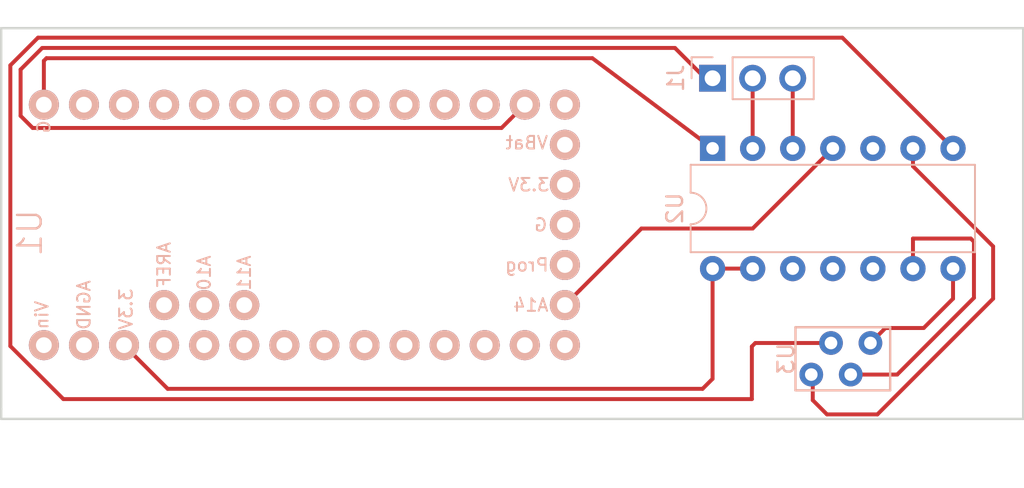
<source format=kicad_pcb>
(kicad_pcb (version 4) (host pcbnew 4.0.1-stable)

  (general
    (links 11)
    (no_connects 0)
    (area 129.464999 87.949761 194.385001 119.608333)
    (thickness 1.6)
    (drawings 5)
    (tracks 53)
    (zones 0)
    (modules 4)
    (nets 47)
  )

  (page A4)
  (title_block
    (title Teensy-mp6-OEM)
  )

  (layers
    (0 F.Cu signal)
    (31 B.Cu signal)
    (32 B.Adhes user)
    (33 F.Adhes user)
    (34 B.Paste user)
    (35 F.Paste user)
    (36 B.SilkS user)
    (37 F.SilkS user)
    (38 B.Mask user)
    (39 F.Mask user)
    (40 Dwgs.User user)
    (41 Cmts.User user)
    (42 Eco1.User user)
    (43 Eco2.User user)
    (44 Edge.Cuts user)
    (45 Margin user)
    (46 B.CrtYd user)
    (47 F.CrtYd user)
    (48 B.Fab user)
    (49 F.Fab user)
  )

  (setup
    (last_trace_width 0.25)
    (trace_clearance 0.4)
    (zone_clearance 0.508)
    (zone_45_only no)
    (trace_min 0.2)
    (segment_width 0.2)
    (edge_width 0.15)
    (via_size 0.6)
    (via_drill 0.4)
    (via_min_size 0.4)
    (via_min_drill 0.3)
    (uvia_size 0.3)
    (uvia_drill 0.1)
    (uvias_allowed no)
    (uvia_min_size 0.2)
    (uvia_min_drill 0.1)
    (pcb_text_width 0.3)
    (pcb_text_size 1.5 1.5)
    (mod_edge_width 0.15)
    (mod_text_size 1 1)
    (mod_text_width 0.15)
    (pad_size 1.524 1.524)
    (pad_drill 0.762)
    (pad_to_mask_clearance 0.2)
    (aux_axis_origin 0 0)
    (visible_elements 7FFFFFFF)
    (pcbplotparams
      (layerselection 0x01030_80000001)
      (usegerberextensions true)
      (excludeedgelayer true)
      (linewidth 0.100000)
      (plotframeref false)
      (viasonmask false)
      (mode 1)
      (useauxorigin false)
      (hpglpennumber 1)
      (hpglpenspeed 20)
      (hpglpendiameter 15)
      (hpglpenoverlay 2)
      (psnegative false)
      (psa4output false)
      (plotreference true)
      (plotvalue true)
      (plotinvisibletext false)
      (padsonsilk false)
      (subtractmaskfromsilk false)
      (outputformat 1)
      (mirror false)
      (drillshape 0)
      (scaleselection 1)
      (outputdirectory teensy-mp6-oem-gerber/))
  )

  (net 0 "")
  (net 1 "Net-(U1-Pad35)")
  (net 2 "Net-(U1-Pad34)")
  (net 3 "Net-(U1-Pad33)")
  (net 4 "Net-(U1-Pad32)")
  (net 5 "Net-(U1-Pad31)")
  (net 6 "Net-(U1-Pad30)")
  (net 7 "Net-(U1-Pad28)")
  (net 8 "Net-(U1-Pad29)")
  (net 9 "Net-(U1-Pad0)")
  (net 10 "Net-(U1-Pad1)")
  (net 11 "Net-(U1-Pad2)")
  (net 12 "Net-(U1-Pad3)")
  (net 13 "Net-(U1-Pad4)")
  (net 14 "Net-(U1-Pad5)")
  (net 15 "Net-(U1-Pad6)")
  (net 16 "Net-(U1-Pad7)")
  (net 17 "Net-(U1-Pad8)")
  (net 18 "Net-(U1-Pad9)")
  (net 19 "Net-(U1-Pad10)")
  (net 20 "Net-(U1-Pad12)")
  (net 21 "Net-(U1-Pad13)")
  (net 22 "Net-(U1-Pad14)")
  (net 23 "Net-(U1-Pad15)")
  (net 24 "Net-(U1-Pad16)")
  (net 25 "Net-(U1-Pad17)")
  (net 26 "Net-(U1-Pad18)")
  (net 27 "Net-(U1-Pad19)")
  (net 28 "Net-(U1-Pad20)")
  (net 29 "Net-(U1-Pad21)")
  (net 30 "Net-(U1-Pad22)")
  (net 31 "Net-(U1-Pad23)")
  (net 32 +3V3)
  (net 33 "Net-(U1-Pad25)")
  (net 34 "Net-(U1-Pad26)")
  (net 35 GND)
  (net 36 "Net-(U2-Pad8)")
  (net 37 "Net-(U2-Pad9)")
  (net 38 "Net-(U2-Pad10)")
  (net 39 "Net-(U2-Pad11)")
  (net 40 "Net-(U2-Pad5)")
  (net 41 "Net-(U2-Pad12)")
  (net 42 "Net-(U2-Pad6)")
  (net 43 "Net-(U2-Pad7)")
  (net 44 "Net-(J1-Pad1)")
  (net 45 "Net-(J1-Pad2)")
  (net 46 "Net-(J1-Pad3)")

  (net_class Default "This is the default net class."
    (clearance 0.4)
    (trace_width 0.25)
    (via_dia 0.6)
    (via_drill 0.4)
    (uvia_dia 0.3)
    (uvia_drill 0.1)
    (add_net +3V3)
    (add_net GND)
    (add_net "Net-(J1-Pad1)")
    (add_net "Net-(J1-Pad2)")
    (add_net "Net-(J1-Pad3)")
    (add_net "Net-(U1-Pad0)")
    (add_net "Net-(U1-Pad1)")
    (add_net "Net-(U1-Pad10)")
    (add_net "Net-(U1-Pad12)")
    (add_net "Net-(U1-Pad13)")
    (add_net "Net-(U1-Pad14)")
    (add_net "Net-(U1-Pad15)")
    (add_net "Net-(U1-Pad16)")
    (add_net "Net-(U1-Pad17)")
    (add_net "Net-(U1-Pad18)")
    (add_net "Net-(U1-Pad19)")
    (add_net "Net-(U1-Pad2)")
    (add_net "Net-(U1-Pad20)")
    (add_net "Net-(U1-Pad21)")
    (add_net "Net-(U1-Pad22)")
    (add_net "Net-(U1-Pad23)")
    (add_net "Net-(U1-Pad25)")
    (add_net "Net-(U1-Pad26)")
    (add_net "Net-(U1-Pad28)")
    (add_net "Net-(U1-Pad29)")
    (add_net "Net-(U1-Pad3)")
    (add_net "Net-(U1-Pad30)")
    (add_net "Net-(U1-Pad31)")
    (add_net "Net-(U1-Pad32)")
    (add_net "Net-(U1-Pad33)")
    (add_net "Net-(U1-Pad34)")
    (add_net "Net-(U1-Pad35)")
    (add_net "Net-(U1-Pad4)")
    (add_net "Net-(U1-Pad5)")
    (add_net "Net-(U1-Pad6)")
    (add_net "Net-(U1-Pad7)")
    (add_net "Net-(U1-Pad8)")
    (add_net "Net-(U1-Pad9)")
    (add_net "Net-(U2-Pad10)")
    (add_net "Net-(U2-Pad11)")
    (add_net "Net-(U2-Pad12)")
    (add_net "Net-(U2-Pad5)")
    (add_net "Net-(U2-Pad6)")
    (add_net "Net-(U2-Pad7)")
    (add_net "Net-(U2-Pad8)")
    (add_net "Net-(U2-Pad9)")
  )

  (module WheelerLab:Teensy-3.2 (layer B.Cu) (tedit 5787BC32) (tstamp 591DD2C6)
    (at 148.5011 109.0964)
    (path /591DB370)
    (fp_text reference U1 (at -17.145 0.508 270) (layer B.SilkS)
      (effects (font (size 1.5 1.5) (thickness 0.15)) (justify mirror))
    )
    (fp_text value Teensy_3.2 (at 0 0.508) (layer B.Fab)
      (effects (font (size 1.5 1.5) (thickness 0.15)) (justify mirror))
    )
    (fp_text user VBat (at 14.351 -5.207) (layer B.SilkS)
      (effects (font (size 0.8 0.8) (thickness 0.125)) (justify mirror))
    )
    (fp_text user 3.3V (at 14.478 -2.54) (layer B.SilkS)
      (effects (font (size 0.8 0.8) (thickness 0.125)) (justify mirror))
    )
    (fp_text user G (at 15.24 0) (layer B.SilkS)
      (effects (font (size 0.8 0.8) (thickness 0.125)) (justify mirror))
    )
    (fp_text user Prog (at 14.351 2.54) (layer B.SilkS)
      (effects (font (size 0.8 0.8) (thickness 0.125)) (justify mirror))
    )
    (fp_text user A14 (at 14.605 5.08) (layer B.SilkS)
      (effects (font (size 0.8 0.8) (thickness 0.125)) (justify mirror))
    )
    (fp_text user G (at -16.256 -6.223 270) (layer B.SilkS)
      (effects (font (size 0.8 0.8) (thickness 0.125)) (justify mirror))
    )
    (fp_text user 3.3V (at -11.049 5.334 270) (layer B.SilkS)
      (effects (font (size 0.8 0.8) (thickness 0.125)) (justify mirror))
    )
    (fp_text user AGND (at -13.716 5.08 90) (layer B.SilkS)
      (effects (font (size 0.8 0.8) (thickness 0.125)) (justify mirror))
    )
    (fp_text user Vin (at -16.383 5.715 90) (layer B.SilkS)
      (effects (font (size 0.8 0.8) (thickness 0.125)) (justify mirror))
    )
    (fp_text user A11 (at -3.556 3.048 90) (layer B.SilkS)
      (effects (font (size 0.8 0.8) (thickness 0.125)) (justify mirror))
    )
    (fp_text user A10 (at -6.096 3.048 90) (layer B.SilkS)
      (effects (font (size 0.8 0.8) (thickness 0.125)) (justify mirror))
    )
    (fp_text user AREF (at -8.636 2.54 90) (layer B.SilkS)
      (effects (font (size 0.8 0.8) (thickness 0.125)) (justify mirror))
    )
    (pad 35 thru_hole circle (at -8.636 5.08) (size 1.9 1.9) (drill 1) (layers *.Cu *.Mask B.SilkS)
      (net 1 "Net-(U1-Pad35)"))
    (pad 34 thru_hole circle (at -6.096 5.08) (size 1.9 1.9) (drill 1) (layers *.Cu *.Mask B.SilkS)
      (net 2 "Net-(U1-Pad34)"))
    (pad 33 thru_hole circle (at -3.556 5.08) (size 1.9 1.9) (drill 1) (layers *.Cu *.Mask B.SilkS)
      (net 3 "Net-(U1-Pad33)"))
    (pad 32 thru_hole circle (at 16.764 -5.08) (size 1.9 1.9) (drill 1) (layers *.Cu *.Mask B.SilkS)
      (net 4 "Net-(U1-Pad32)"))
    (pad 31 thru_hole circle (at 16.764 -2.54) (size 1.9 1.9) (drill 1) (layers *.Cu *.Mask B.SilkS)
      (net 5 "Net-(U1-Pad31)"))
    (pad 30 thru_hole circle (at 16.764 0) (size 1.9 1.9) (drill 1) (layers *.Cu *.Mask B.SilkS)
      (net 6 "Net-(U1-Pad30)"))
    (pad 28 thru_hole circle (at 16.764 5.08) (size 1.9 1.9) (drill 1) (layers *.Cu *.Mask B.SilkS)
      (net 7 "Net-(U1-Pad28)"))
    (pad 29 thru_hole circle (at 16.764 2.54) (size 1.9 1.9) (drill 1) (layers *.Cu *.Mask B.SilkS)
      (net 8 "Net-(U1-Pad29)"))
    (pad 0 thru_hole circle (at -13.716 -7.62) (size 1.9 1.9) (drill 1) (layers *.Cu *.Mask B.SilkS)
      (net 9 "Net-(U1-Pad0)"))
    (pad 1 thru_hole circle (at -11.176 -7.62) (size 1.9 1.9) (drill 1) (layers *.Cu *.Mask B.SilkS)
      (net 10 "Net-(U1-Pad1)"))
    (pad 2 thru_hole circle (at -8.636 -7.62) (size 1.9 1.9) (drill 1) (layers *.Cu *.Mask B.SilkS)
      (net 11 "Net-(U1-Pad2)"))
    (pad 3 thru_hole circle (at -6.096 -7.62) (size 1.9 1.9) (drill 1) (layers *.Cu *.Mask B.SilkS)
      (net 12 "Net-(U1-Pad3)"))
    (pad 4 thru_hole circle (at -3.556 -7.62) (size 1.9 1.9) (drill 1) (layers *.Cu *.Mask B.SilkS)
      (net 13 "Net-(U1-Pad4)"))
    (pad 5 thru_hole circle (at -1.016 -7.62) (size 1.9 1.9) (drill 1) (layers *.Cu *.Mask B.SilkS)
      (net 14 "Net-(U1-Pad5)"))
    (pad 6 thru_hole circle (at 1.524 -7.62) (size 1.9 1.9) (drill 1) (layers *.Cu *.Mask B.SilkS)
      (net 15 "Net-(U1-Pad6)"))
    (pad 7 thru_hole circle (at 4.064 -7.62) (size 1.9 1.9) (drill 1) (layers *.Cu *.Mask B.SilkS)
      (net 16 "Net-(U1-Pad7)"))
    (pad 8 thru_hole circle (at 6.604 -7.62) (size 1.9 1.9) (drill 1) (layers *.Cu *.Mask B.SilkS)
      (net 17 "Net-(U1-Pad8)"))
    (pad 9 thru_hole circle (at 9.144 -7.62) (size 1.9 1.9) (drill 1) (layers *.Cu *.Mask B.SilkS)
      (net 18 "Net-(U1-Pad9)"))
    (pad 10 thru_hole circle (at 11.684 -7.62) (size 1.9 1.9) (drill 1) (layers *.Cu *.Mask B.SilkS)
      (net 19 "Net-(U1-Pad10)"))
    (pad 11 thru_hole circle (at 14.224 -7.62) (size 1.9 1.9) (drill 1) (layers *.Cu *.Mask B.SilkS)
      (net 44 "Net-(J1-Pad1)"))
    (pad 12 thru_hole circle (at 16.764 -7.62) (size 1.9 1.9) (drill 1) (layers *.Cu *.Mask B.SilkS)
      (net 20 "Net-(U1-Pad12)"))
    (pad 13 thru_hole circle (at 16.764 7.62) (size 1.9 1.9) (drill 1) (layers *.Cu *.Mask B.SilkS)
      (net 21 "Net-(U1-Pad13)"))
    (pad 14 thru_hole circle (at 14.224 7.62) (size 1.9 1.9) (drill 1) (layers *.Cu *.Mask B.SilkS)
      (net 22 "Net-(U1-Pad14)"))
    (pad 15 thru_hole circle (at 11.684 7.62) (size 1.9 1.9) (drill 1) (layers *.Cu *.Mask B.SilkS)
      (net 23 "Net-(U1-Pad15)"))
    (pad 16 thru_hole circle (at 9.144 7.62) (size 1.9 1.9) (drill 1) (layers *.Cu *.Mask B.SilkS)
      (net 24 "Net-(U1-Pad16)"))
    (pad 17 thru_hole circle (at 6.604 7.62) (size 1.9 1.9) (drill 1) (layers *.Cu *.Mask B.SilkS)
      (net 25 "Net-(U1-Pad17)"))
    (pad 18 thru_hole circle (at 4.064 7.62) (size 1.9 1.9) (drill 1) (layers *.Cu *.Mask B.SilkS)
      (net 26 "Net-(U1-Pad18)"))
    (pad 19 thru_hole circle (at 1.524 7.62) (size 1.9 1.9) (drill 1) (layers *.Cu *.Mask B.SilkS)
      (net 27 "Net-(U1-Pad19)"))
    (pad 20 thru_hole circle (at -1.016 7.62) (size 1.9 1.9) (drill 1) (layers *.Cu *.Mask B.SilkS)
      (net 28 "Net-(U1-Pad20)"))
    (pad 21 thru_hole circle (at -3.556 7.62) (size 1.9 1.9) (drill 1) (layers *.Cu *.Mask B.SilkS)
      (net 29 "Net-(U1-Pad21)"))
    (pad 22 thru_hole circle (at -6.096 7.62) (size 1.9 1.9) (drill 1) (layers *.Cu *.Mask B.SilkS)
      (net 30 "Net-(U1-Pad22)"))
    (pad 23 thru_hole circle (at -8.636 7.62) (size 1.9 1.9) (drill 1) (layers *.Cu *.Mask B.SilkS)
      (net 31 "Net-(U1-Pad23)"))
    (pad 24 thru_hole circle (at -11.176 7.62) (size 1.9 1.9) (drill 1) (layers *.Cu *.Mask B.SilkS)
      (net 32 +3V3))
    (pad 25 thru_hole circle (at -13.716 7.62) (size 1.9 1.9) (drill 1) (layers *.Cu *.Mask B.SilkS)
      (net 33 "Net-(U1-Pad25)"))
    (pad 26 thru_hole circle (at -16.256 7.62) (size 1.9 1.9) (drill 1) (layers *.Cu *.Mask B.SilkS)
      (net 34 "Net-(U1-Pad26)"))
    (pad 27 thru_hole circle (at -16.256 -7.62) (size 1.9 1.9) (drill 1) (layers *.Cu *.Mask B.SilkS)
      (net 35 GND))
  )

  (module Housings_DIP:DIP-14_W7.62mm (layer B.Cu) (tedit 58CC8E2C) (tstamp 591DD2D8)
    (at 174.625 104.245 270)
    (descr "14-lead dip package, row spacing 7.62 mm (300 mils)")
    (tags "DIL DIP PDIP 2.54mm 7.62mm 300mil")
    (path /591DD80A)
    (fp_text reference U2 (at 3.81 2.39 270) (layer B.SilkS)
      (effects (font (size 1 1) (thickness 0.15)) (justify mirror))
    )
    (fp_text value mp6-OEM (at 3.81 -17.63 270) (layer B.Fab)
      (effects (font (size 1 1) (thickness 0.15)) (justify mirror))
    )
    (fp_text user %R (at 3.81 -7.62 270) (layer B.Fab)
      (effects (font (size 1 1) (thickness 0.15)) (justify mirror))
    )
    (fp_line (start 1.635 1.27) (end 6.985 1.27) (layer B.Fab) (width 0.1))
    (fp_line (start 6.985 1.27) (end 6.985 -16.51) (layer B.Fab) (width 0.1))
    (fp_line (start 6.985 -16.51) (end 0.635 -16.51) (layer B.Fab) (width 0.1))
    (fp_line (start 0.635 -16.51) (end 0.635 0.27) (layer B.Fab) (width 0.1))
    (fp_line (start 0.635 0.27) (end 1.635 1.27) (layer B.Fab) (width 0.1))
    (fp_line (start 2.81 1.39) (end 1.04 1.39) (layer B.SilkS) (width 0.12))
    (fp_line (start 1.04 1.39) (end 1.04 -16.63) (layer B.SilkS) (width 0.12))
    (fp_line (start 1.04 -16.63) (end 6.58 -16.63) (layer B.SilkS) (width 0.12))
    (fp_line (start 6.58 -16.63) (end 6.58 1.39) (layer B.SilkS) (width 0.12))
    (fp_line (start 6.58 1.39) (end 4.81 1.39) (layer B.SilkS) (width 0.12))
    (fp_line (start -1.1 1.6) (end -1.1 -16.8) (layer B.CrtYd) (width 0.05))
    (fp_line (start -1.1 -16.8) (end 8.7 -16.8) (layer B.CrtYd) (width 0.05))
    (fp_line (start 8.7 -16.8) (end 8.7 1.6) (layer B.CrtYd) (width 0.05))
    (fp_line (start 8.7 1.6) (end -1.1 1.6) (layer B.CrtYd) (width 0.05))
    (fp_arc (start 3.81 1.39) (end 2.81 1.39) (angle 180) (layer B.SilkS) (width 0.12))
    (pad 1 thru_hole rect (at 0 0 270) (size 1.6 1.6) (drill 0.8) (layers *.Cu *.Mask)
      (net 35 GND))
    (pad 8 thru_hole oval (at 7.62 -15.24 270) (size 1.6 1.6) (drill 0.8) (layers *.Cu *.Mask)
      (net 36 "Net-(U2-Pad8)"))
    (pad 2 thru_hole oval (at 0 -2.54 270) (size 1.6 1.6) (drill 0.8) (layers *.Cu *.Mask)
      (net 45 "Net-(J1-Pad2)"))
    (pad 9 thru_hole oval (at 7.62 -12.7 270) (size 1.6 1.6) (drill 0.8) (layers *.Cu *.Mask)
      (net 37 "Net-(U2-Pad9)"))
    (pad 3 thru_hole oval (at 0 -5.08 270) (size 1.6 1.6) (drill 0.8) (layers *.Cu *.Mask)
      (net 46 "Net-(J1-Pad3)"))
    (pad 10 thru_hole oval (at 7.62 -10.16 270) (size 1.6 1.6) (drill 0.8) (layers *.Cu *.Mask)
      (net 38 "Net-(U2-Pad10)"))
    (pad 4 thru_hole oval (at 0 -7.62 270) (size 1.6 1.6) (drill 0.8) (layers *.Cu *.Mask)
      (net 7 "Net-(U1-Pad28)"))
    (pad 11 thru_hole oval (at 7.62 -7.62 270) (size 1.6 1.6) (drill 0.8) (layers *.Cu *.Mask)
      (net 39 "Net-(U2-Pad11)"))
    (pad 5 thru_hole oval (at 0 -10.16 270) (size 1.6 1.6) (drill 0.8) (layers *.Cu *.Mask)
      (net 40 "Net-(U2-Pad5)"))
    (pad 12 thru_hole oval (at 7.62 -5.08 270) (size 1.6 1.6) (drill 0.8) (layers *.Cu *.Mask)
      (net 41 "Net-(U2-Pad12)"))
    (pad 6 thru_hole oval (at 0 -12.7 270) (size 1.6 1.6) (drill 0.8) (layers *.Cu *.Mask)
      (net 42 "Net-(U2-Pad6)"))
    (pad 13 thru_hole oval (at 7.62 -2.54 270) (size 1.6 1.6) (drill 0.8) (layers *.Cu *.Mask)
      (net 32 +3V3))
    (pad 7 thru_hole oval (at 0 -15.24 270) (size 1.6 1.6) (drill 0.8) (layers *.Cu *.Mask)
      (net 43 "Net-(U2-Pad7)"))
    (pad 14 thru_hole oval (at 7.62 0 270) (size 1.6 1.6) (drill 0.8) (layers *.Cu *.Mask)
      (net 32 +3V3))
    (model Housings_DIP.3dshapes/DIP-14_W7.62mm.wrl
      (at (xyz 0 0 0))
      (scale (xyz 1 1 1))
      (rotate (xyz 0 0 0))
    )
  )

  (module Pin_Headers:Pin_Header_Straight_1x03_Pitch2.54mm (layer B.Cu) (tedit 58CD4EC1) (tstamp 591F21C0)
    (at 174.625 99.8 270)
    (descr "Through hole straight pin header, 1x03, 2.54mm pitch, single row")
    (tags "Through hole pin header THT 1x03 2.54mm single row")
    (path /591DFC7B)
    (fp_text reference J1 (at 0 2.33 270) (layer B.SilkS)
      (effects (font (size 1 1) (thickness 0.15)) (justify mirror))
    )
    (fp_text value CONN_01X03 (at 0 -7.41 270) (layer B.Fab)
      (effects (font (size 1 1) (thickness 0.15)) (justify mirror))
    )
    (fp_line (start -1.27 1.27) (end -1.27 -6.35) (layer B.Fab) (width 0.1))
    (fp_line (start -1.27 -6.35) (end 1.27 -6.35) (layer B.Fab) (width 0.1))
    (fp_line (start 1.27 -6.35) (end 1.27 1.27) (layer B.Fab) (width 0.1))
    (fp_line (start 1.27 1.27) (end -1.27 1.27) (layer B.Fab) (width 0.1))
    (fp_line (start -1.33 -1.27) (end -1.33 -6.41) (layer B.SilkS) (width 0.12))
    (fp_line (start -1.33 -6.41) (end 1.33 -6.41) (layer B.SilkS) (width 0.12))
    (fp_line (start 1.33 -6.41) (end 1.33 -1.27) (layer B.SilkS) (width 0.12))
    (fp_line (start 1.33 -1.27) (end -1.33 -1.27) (layer B.SilkS) (width 0.12))
    (fp_line (start -1.33 0) (end -1.33 1.33) (layer B.SilkS) (width 0.12))
    (fp_line (start -1.33 1.33) (end 0 1.33) (layer B.SilkS) (width 0.12))
    (fp_line (start -1.8 1.8) (end -1.8 -6.85) (layer B.CrtYd) (width 0.05))
    (fp_line (start -1.8 -6.85) (end 1.8 -6.85) (layer B.CrtYd) (width 0.05))
    (fp_line (start 1.8 -6.85) (end 1.8 1.8) (layer B.CrtYd) (width 0.05))
    (fp_line (start 1.8 1.8) (end -1.8 1.8) (layer B.CrtYd) (width 0.05))
    (fp_text user %R (at 0 2.33 270) (layer B.Fab)
      (effects (font (size 1 1) (thickness 0.15)) (justify mirror))
    )
    (pad 1 thru_hole rect (at 0 0 270) (size 1.7 1.7) (drill 1) (layers *.Cu *.Mask)
      (net 44 "Net-(J1-Pad1)"))
    (pad 2 thru_hole oval (at 0 -2.54 270) (size 1.7 1.7) (drill 1) (layers *.Cu *.Mask)
      (net 45 "Net-(J1-Pad2)"))
    (pad 3 thru_hole oval (at 0 -5.08 270) (size 1.7 1.7) (drill 1) (layers *.Cu *.Mask)
      (net 46 "Net-(J1-Pad3)"))
    (model ${KISYS3DMOD}/Pin_Headers.3dshapes/Pin_Header_Straight_1x03_Pitch2.54mm.wrl
      (at (xyz 0 -0.1 0))
      (scale (xyz 1 1 1))
      (rotate (xyz 0 0 90))
    )
  )

  (module WheelerLab:mp6-pump-footprint (layer B.Cu) (tedit 591F38C1) (tstamp 59223B5D)
    (at 182.88 117.58 270)
    (descr "surface-mounted straight pin header, 1x04, 1.27mm pitch, single row, style 2 (pin 1 right)")
    (tags "Surface mounted pin header SMD 1x04 1.27mm single row style2 pin1 right")
    (path /591F21B7)
    (attr smd)
    (fp_text reference U3 (at 0 3.6 270) (layer B.SilkS)
      (effects (font (size 1 1) (thickness 0.15)) (justify mirror))
    )
    (fp_text value mp6-pump-conector (at 0 -3.6 270) (layer B.Fab)
      (effects (font (size 1 1) (thickness 0.15)) (justify mirror))
    )
    (fp_line (start 2 3) (end -2 3) (layer B.SilkS) (width 0.15))
    (fp_line (start 2 -3) (end 2 3) (layer B.SilkS) (width 0.15))
    (fp_line (start -2 -3) (end 2 -3) (layer B.SilkS) (width 0.15))
    (fp_line (start -2 3) (end -2 -3) (layer B.SilkS) (width 0.15))
    (fp_text user %R (at 0 3.6 270) (layer B.Fab)
      (effects (font (size 1 1) (thickness 0.15)) (justify mirror))
    )
    (pad 2 thru_hole circle (at -1 0.75 270) (size 1.5 1.5) (drill 0.8) (layers *.Cu *.Mask)
      (net 43 "Net-(U2-Pad7)"))
    (pad 4 thru_hole circle (at -1 -1.75 270) (size 1.5 1.5) (drill 0.8) (layers *.Cu *.Mask)
      (net 36 "Net-(U2-Pad8)"))
    (pad 1 thru_hole circle (at 1 2 270) (size 1.5 1.5) (drill 0.8) (layers *.Cu *.Mask)
      (net 42 "Net-(U2-Pad6)"))
    (pad 3 thru_hole circle (at 1 -0.5 270) (size 1.5 1.5) (drill 0.8) (layers *.Cu *.Mask)
      (net 37 "Net-(U2-Pad9)"))
    (model ${KISYS3DMOD}/Pin_Headers.3dshapes/Pin_Header_Straight_1x04_Pitch1.27mm_SMD_Pin1Right.wrl
      (at (xyz 0 0 0))
      (scale (xyz 1 1 1))
      (rotate (xyz 0 0 0))
    )
  )

  (gr_line (start 129.54 120.755) (end 129.54 121.39) (angle 90) (layer Edge.Cuts) (width 0.15))
  (gr_line (start 129.54 96.625) (end 129.54 120.755) (angle 90) (layer Edge.Cuts) (width 0.15))
  (gr_line (start 194.31 96.625) (end 129.54 96.625) (angle 90) (layer Edge.Cuts) (width 0.15))
  (gr_line (start 194.31 121.39) (end 194.31 96.625) (angle 90) (layer Edge.Cuts) (width 0.15))
  (gr_line (start 129.54 121.39) (end 194.31 121.39) (angle 90) (layer Edge.Cuts) (width 0.15))

  (segment (start 182.245 104.245) (end 177.165 109.325) (width 0.25) (layer F.Cu) (net 7))
  (segment (start 177.165 109.325) (end 170.1165 109.325) (width 0.25) (layer F.Cu) (net 7))
  (segment (start 166.215099 113.226401) (end 165.2651 114.1764) (width 0.25) (layer F.Cu) (net 7))
  (segment (start 170.1165 109.325) (end 166.215099 113.226401) (width 0.25) (layer F.Cu) (net 7))
  (segment (start 174.625 111.865) (end 174.625 118.85) (width 0.25) (layer F.Cu) (net 32) (status 10))
  (segment (start 174.625 118.85) (end 173.99 119.485) (width 0.25) (layer F.Cu) (net 32) (tstamp 591DD2F9))
  (segment (start 174.625 111.865) (end 177.165 111.865) (width 0.25) (layer F.Cu) (net 32) (status 30))
  (segment (start 140.0937 119.485) (end 137.3251 116.7164) (width 0.25) (layer F.Cu) (net 32) (tstamp 591DD303))
  (segment (start 173.99 119.485) (end 140.0937 119.485) (width 0.25) (layer F.Cu) (net 32) (tstamp 591DD2FE))
  (segment (start 132.2451 101.4764) (end 132.2451 98.6951) (width 0.25) (layer F.Cu) (net 35))
  (segment (start 167.005 98.53) (end 174.625 104.245) (width 0.25) (layer F.Cu) (net 35) (tstamp 591DD315) (status 20))
  (segment (start 132.4102 98.53) (end 167.005 98.53) (width 0.25) (layer F.Cu) (net 35) (tstamp 591DD311))
  (segment (start 132.2451 98.6951) (end 132.4102 98.53) (width 0.25) (layer F.Cu) (net 35) (tstamp 591DD30F))
  (segment (start 188.005 115.63) (end 185.58 115.63) (width 0.25) (layer F.Cu) (net 36))
  (segment (start 185.58 115.63) (end 184.63 116.58) (width 0.25) (layer F.Cu) (net 36))
  (segment (start 189.865 113.77) (end 188.005 115.63) (width 0.25) (layer F.Cu) (net 36))
  (segment (start 189.865 111.865) (end 189.865 113.77) (width 0.25) (layer F.Cu) (net 36))
  (segment (start 191.190001 113.714999) (end 186.325 118.58) (width 0.25) (layer F.Cu) (net 37))
  (segment (start 186.325 118.58) (end 183.38 118.58) (width 0.25) (layer F.Cu) (net 37))
  (segment (start 190.989378 109.96) (end 191.190001 110.160623) (width 0.25) (layer F.Cu) (net 37))
  (segment (start 191.190001 110.160623) (end 191.190001 113.714999) (width 0.25) (layer F.Cu) (net 37))
  (segment (start 187.325 109.96) (end 190.989378 109.96) (width 0.25) (layer F.Cu) (net 37))
  (segment (start 187.325 111.865) (end 187.325 109.96) (width 0.25) (layer F.Cu) (net 37))
  (segment (start 187.325 104.245) (end 187.325 105.37637) (width 0.25) (layer F.Cu) (net 42))
  (segment (start 187.325 105.37637) (end 192.405 110.45637) (width 0.25) (layer F.Cu) (net 42))
  (segment (start 192.405 110.45637) (end 192.405 113.77) (width 0.25) (layer F.Cu) (net 42))
  (segment (start 192.405 113.77) (end 185.069999 121.105001) (width 0.25) (layer F.Cu) (net 42))
  (segment (start 185.069999 121.105001) (end 181.875001 121.105001) (width 0.25) (layer F.Cu) (net 42))
  (segment (start 181.875001 121.105001) (end 180.975 120.205) (width 0.25) (layer F.Cu) (net 42))
  (segment (start 180.975 120.205) (end 180.975 118.675) (width 0.25) (layer F.Cu) (net 42))
  (segment (start 180.975 118.675) (end 180.88 118.58) (width 0.25) (layer F.Cu) (net 42))
  (segment (start 177.11499 120.13501) (end 177.11499 116.79999) (width 0.25) (layer F.Cu) (net 43))
  (segment (start 177.11499 116.79999) (end 177.33498 116.58) (width 0.25) (layer F.Cu) (net 43))
  (segment (start 177.33498 116.58) (end 182.13 116.58) (width 0.25) (layer F.Cu) (net 43))
  (segment (start 189.865 104.245) (end 182.84998 97.22998) (width 0.25) (layer F.Cu) (net 43))
  (segment (start 182.84998 97.22998) (end 131.871716 97.22998) (width 0.25) (layer F.Cu) (net 43))
  (segment (start 131.871716 97.22998) (end 130.120089 98.981607) (width 0.25) (layer F.Cu) (net 43))
  (segment (start 130.120089 98.981607) (end 130.120089 116.774391) (width 0.25) (layer F.Cu) (net 43))
  (segment (start 130.120089 116.774391) (end 133.480708 120.13501) (width 0.25) (layer F.Cu) (net 43))
  (segment (start 133.480708 120.13501) (end 177.11499 120.13501) (width 0.25) (layer F.Cu) (net 43))
  (segment (start 161.775101 102.426399) (end 162.7251 101.4764) (width 0.25) (layer F.Cu) (net 44))
  (segment (start 175.26 99.8) (end 174.16 99.8) (width 0.25) (layer F.Cu) (net 44))
  (segment (start 174.16 99.8) (end 172.23999 97.87999) (width 0.25) (layer F.Cu) (net 44))
  (segment (start 172.23999 97.87999) (end 132.140958 97.87999) (width 0.25) (layer F.Cu) (net 44))
  (segment (start 132.140958 97.87999) (end 130.770099 99.250849) (width 0.25) (layer F.Cu) (net 44))
  (segment (start 130.770099 99.250849) (end 130.770099 102.184401) (width 0.25) (layer F.Cu) (net 44))
  (segment (start 130.770099 102.184401) (end 131.537099 102.951401) (width 0.25) (layer F.Cu) (net 44))
  (segment (start 131.537099 102.951401) (end 161.250099 102.951401) (width 0.25) (layer F.Cu) (net 44))
  (segment (start 161.250099 102.951401) (end 161.775101 102.426399) (width 0.25) (layer F.Cu) (net 44))
  (segment (start 177.165 104.245) (end 177.165 100.435) (width 0.25) (layer F.Cu) (net 45))
  (segment (start 177.165 100.435) (end 177.8 99.8) (width 0.25) (layer F.Cu) (net 45))
  (segment (start 179.705 104.245) (end 179.705 100.435) (width 0.25) (layer F.Cu) (net 46))
  (segment (start 179.705 100.435) (end 180.34 99.8) (width 0.25) (layer F.Cu) (net 46))

)

</source>
